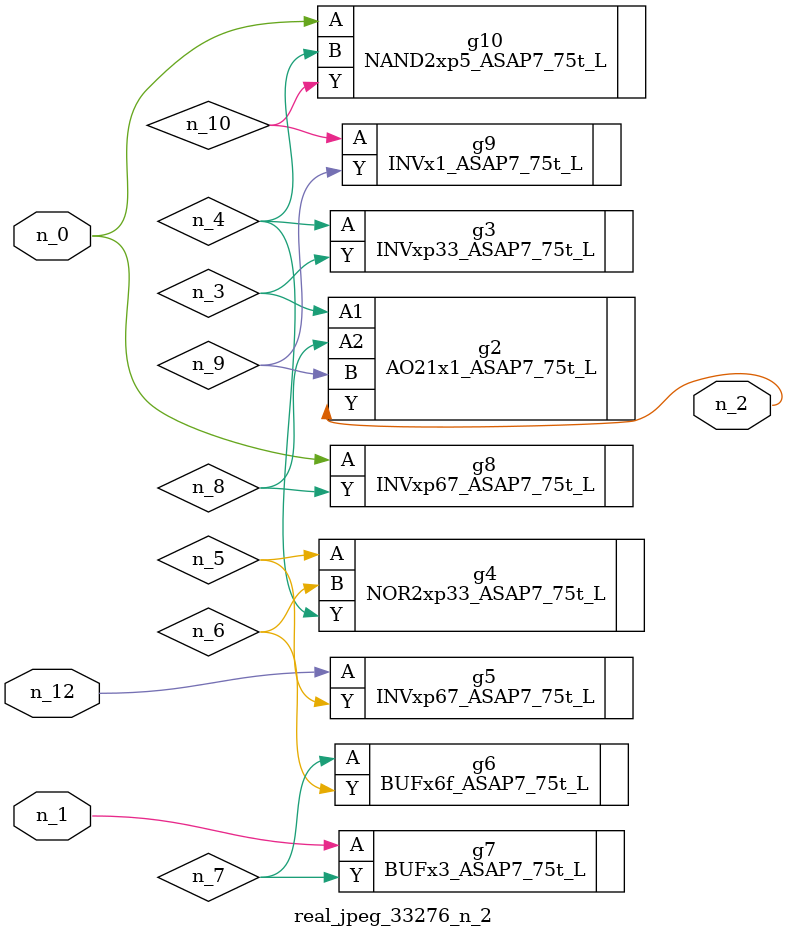
<source format=v>
module real_jpeg_33276_n_2 (n_12, n_1, n_0, n_2);

input n_12;
input n_1;
input n_0;

output n_2;

wire n_5;
wire n_8;
wire n_4;
wire n_6;
wire n_7;
wire n_3;
wire n_10;
wire n_9;

INVxp67_ASAP7_75t_L g8 ( 
.A(n_0),
.Y(n_8)
);

NAND2xp5_ASAP7_75t_L g10 ( 
.A(n_0),
.B(n_4),
.Y(n_10)
);

BUFx3_ASAP7_75t_L g7 ( 
.A(n_1),
.Y(n_7)
);

AO21x1_ASAP7_75t_L g2 ( 
.A1(n_3),
.A2(n_8),
.B(n_9),
.Y(n_2)
);

INVxp33_ASAP7_75t_L g3 ( 
.A(n_4),
.Y(n_3)
);

NOR2xp33_ASAP7_75t_L g4 ( 
.A(n_5),
.B(n_6),
.Y(n_4)
);

BUFx6f_ASAP7_75t_L g6 ( 
.A(n_7),
.Y(n_6)
);

INVx1_ASAP7_75t_L g9 ( 
.A(n_10),
.Y(n_9)
);

INVxp67_ASAP7_75t_L g5 ( 
.A(n_12),
.Y(n_5)
);


endmodule
</source>
